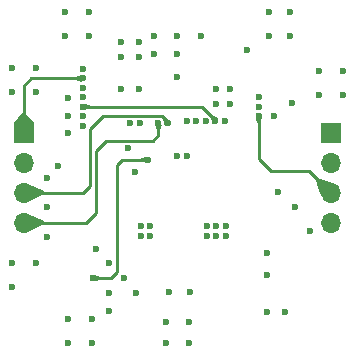
<source format=gbr>
%TF.GenerationSoftware,KiCad,Pcbnew,7.0.11*%
%TF.CreationDate,2025-03-31T22:51:49+09:00*%
%TF.ProjectId,sch16t_evt,73636831-3674-45f6-9576-742e6b696361,rev?*%
%TF.SameCoordinates,Original*%
%TF.FileFunction,Copper,L2,Inr*%
%TF.FilePolarity,Positive*%
%FSLAX46Y46*%
G04 Gerber Fmt 4.6, Leading zero omitted, Abs format (unit mm)*
G04 Created by KiCad (PCBNEW 7.0.11) date 2025-03-31 22:51:49*
%MOMM*%
%LPD*%
G01*
G04 APERTURE LIST*
%TA.AperFunction,ComponentPad*%
%ADD10R,1.700000X1.700000*%
%TD*%
%TA.AperFunction,ComponentPad*%
%ADD11O,1.700000X1.700000*%
%TD*%
%TA.AperFunction,ViaPad*%
%ADD12C,0.600000*%
%TD*%
%TA.AperFunction,Conductor*%
%ADD13C,0.250000*%
%TD*%
G04 APERTURE END LIST*
D10*
%TO.N,/RX_1*%
%TO.C,J3*%
X137000000Y-96210000D03*
D11*
%TO.N,/TX_1*%
X137000000Y-98750000D03*
%TO.N,/PPS*%
X137000000Y-101290000D03*
%TO.N,/GPIO*%
X137000000Y-103830000D03*
%TD*%
D10*
%TO.N,+5V*%
%TO.C,J4*%
X163000000Y-96210000D03*
D11*
%TO.N,GND*%
X163000000Y-98750000D03*
%TO.N,/TX_2*%
X163000000Y-101290000D03*
%TO.N,/RX_2*%
X163000000Y-103830000D03*
%TD*%
D12*
%TO.N,GND*%
X150000000Y-89500000D03*
X151000000Y-114000000D03*
X162000000Y-91000000D03*
X145250000Y-89750000D03*
X146750000Y-88500000D03*
X139000000Y-102500000D03*
X140500000Y-86000000D03*
X140500000Y-88000000D03*
X144250000Y-111250000D03*
X138000000Y-90750000D03*
X162000000Y-93000000D03*
X146500000Y-109750000D03*
X154500000Y-93750000D03*
X153250000Y-92500000D03*
X145250000Y-92500000D03*
X151000000Y-112250000D03*
X144250000Y-109750000D03*
X146750000Y-89750000D03*
X148000000Y-88000000D03*
X157750000Y-86000000D03*
X145250000Y-88500000D03*
X150000000Y-88000000D03*
X159700000Y-93655000D03*
X136000000Y-90750000D03*
X148000000Y-89500000D03*
X138000000Y-107250000D03*
X150000000Y-91500000D03*
X140750000Y-94750000D03*
X149000000Y-112250000D03*
X140750000Y-114000000D03*
X146400000Y-99500000D03*
X140750000Y-96250000D03*
X152000000Y-88000000D03*
X159500000Y-88000000D03*
X153250000Y-93750000D03*
X139000000Y-100000000D03*
X144250000Y-107250000D03*
X139000000Y-105000000D03*
X142750000Y-114000000D03*
X136000000Y-109250000D03*
X149000000Y-114000000D03*
X157750000Y-88000000D03*
X142750000Y-112000000D03*
X164000000Y-91000000D03*
X160000000Y-102500000D03*
X154500000Y-92500000D03*
X140750000Y-112000000D03*
X142500000Y-86000000D03*
X138000000Y-92750000D03*
X136000000Y-92750000D03*
X142500000Y-88000000D03*
X164000000Y-93000000D03*
X136000000Y-107250000D03*
X145500000Y-108500000D03*
X146750000Y-92500000D03*
X159500000Y-86000000D03*
X140750000Y-93250000D03*
%TO.N,VBUS*%
X143100000Y-106000000D03*
%TO.N,+3.3V*%
X155900000Y-89200000D03*
X158500000Y-101200000D03*
X158150000Y-94800000D03*
%TO.N,VDD*%
X161200000Y-104500000D03*
X147700000Y-104100000D03*
X152500000Y-104900000D03*
X152500000Y-104100000D03*
X146900000Y-104900000D03*
X154100000Y-104100000D03*
X153300000Y-104100000D03*
X153300000Y-104900000D03*
X147700000Y-104900000D03*
X146900000Y-104100000D03*
X154100000Y-104900000D03*
%TO.N,/EN*%
X156900000Y-93200000D03*
%TO.N,/IO9*%
X146000000Y-95400000D03*
%TO.N,/DM*%
X150800000Y-98125000D03*
X157600000Y-106400000D03*
%TO.N,/DP*%
X149999997Y-98125000D03*
X157600000Y-108200000D03*
%TO.N,Net-(J2-CC1)*%
X149300000Y-109700000D03*
X159100000Y-111390000D03*
%TO.N,Net-(J2-CC2)*%
X157600000Y-111390000D03*
X151100000Y-109700000D03*
%TO.N,/RX_1*%
X142000000Y-91600000D03*
%TO.N,/TX_1*%
X142000000Y-90800000D03*
%TO.N,/PPS*%
X149200000Y-95400000D03*
%TO.N,/GPIO*%
X148400000Y-95400000D03*
%TO.N,/TX_2*%
X156900000Y-94800000D03*
%TO.N,/RX_2*%
X156900000Y-94000000D03*
%TO.N,Net-(U1-STAT)*%
X142900000Y-108500000D03*
X147500000Y-98500000D03*
%TO.N,/EXTRESN*%
X139900000Y-99000000D03*
X142000000Y-92400000D03*
%TO.N,/IO8*%
X146800000Y-95400000D03*
%TO.N,/MISO*%
X142000000Y-94800000D03*
X150799988Y-95200000D03*
%TO.N,/DRY_SYNC*%
X142000000Y-93200000D03*
X151599991Y-95200000D03*
%TO.N,/SCK*%
X142000000Y-95600000D03*
X152399994Y-95200000D03*
%TO.N,/CS*%
X142000000Y-94000000D03*
X153199997Y-95200000D03*
%TO.N,/MOSI*%
X145800000Y-97500000D03*
X154000000Y-95200000D03*
%TD*%
D13*
%TO.N,/RX_1*%
X142000000Y-91600000D02*
X137600000Y-91600000D01*
X137000000Y-92200000D02*
X137000000Y-96210000D01*
X137600000Y-91600000D02*
X137000000Y-92200000D01*
%TO.N,/PPS*%
X149200000Y-95400000D02*
X149200000Y-95316116D01*
X142800000Y-95683884D02*
X142600000Y-95883884D01*
X142800000Y-95683884D02*
X142800000Y-95675000D01*
X142600000Y-95883884D02*
X142600000Y-100700000D01*
X142600000Y-100700000D02*
X142010000Y-101290000D01*
X142800000Y-95675000D02*
X143700000Y-94775000D01*
X148658884Y-94775000D02*
X143700000Y-94775000D01*
X142010000Y-101290000D02*
X137000000Y-101290000D01*
X149200000Y-95316116D02*
X148658884Y-94775000D01*
%TO.N,/GPIO*%
X148400000Y-95400000D02*
X148400000Y-96400000D01*
X147925000Y-96875000D02*
X143955000Y-96875000D01*
X143115000Y-97715000D02*
X143115000Y-102985000D01*
X148400000Y-96400000D02*
X147925000Y-96875000D01*
X143955000Y-96875000D02*
X143115000Y-97715000D01*
X143115000Y-102985000D02*
X142270000Y-103830000D01*
X142270000Y-103830000D02*
X137000000Y-103830000D01*
%TO.N,/TX_2*%
X156900000Y-98400000D02*
X156900000Y-94800000D01*
X163000000Y-101290000D02*
X161110000Y-99400000D01*
X161110000Y-99400000D02*
X157900000Y-99400000D01*
X157900000Y-99400000D02*
X156900000Y-98400000D01*
%TO.N,Net-(U1-STAT)*%
X144900000Y-98900000D02*
X144900000Y-108000000D01*
X144900000Y-108000000D02*
X144400000Y-108500000D01*
X144400000Y-108500000D02*
X142900000Y-108500000D01*
X145300000Y-98500000D02*
X144900000Y-98900000D01*
X147500000Y-98500000D02*
X145300000Y-98500000D01*
%TO.N,/CS*%
X153199997Y-95116119D02*
X153199997Y-95200000D01*
X152083878Y-94000000D02*
X153199997Y-95116119D01*
X142000000Y-94000000D02*
X152083878Y-94000000D01*
%TD*%
%TA.AperFunction,Conductor*%
%TO.N,/CS*%
G36*
X142591802Y-93872429D02*
G01*
X142598670Y-93878174D01*
X142600000Y-93883592D01*
X142600000Y-94116407D01*
X142596573Y-94124680D01*
X142591801Y-94127571D01*
X142124987Y-94273970D01*
X142116068Y-94273176D01*
X142110691Y-94267318D01*
X142000883Y-94004509D01*
X142000857Y-93995556D01*
X142000862Y-93995542D01*
X142110691Y-93732680D01*
X142117042Y-93726370D01*
X142124986Y-93726029D01*
X142591802Y-93872429D01*
G37*
%TD.AperFunction*%
%TD*%
%TA.AperFunction,Conductor*%
%TO.N,/CS*%
G36*
X152922394Y-94659113D02*
G01*
X153400357Y-94979966D01*
X153405316Y-94987422D01*
X153403550Y-94996201D01*
X153402137Y-94997926D01*
X153202370Y-95199029D01*
X153198513Y-95201606D01*
X152933922Y-95310251D01*
X152924967Y-95310224D01*
X152918655Y-95303872D01*
X152918550Y-95303607D01*
X152899427Y-95253602D01*
X152898774Y-95247760D01*
X152905641Y-95200000D01*
X152885159Y-95057543D01*
X152825371Y-94926627D01*
X152747157Y-94836362D01*
X152744329Y-94827865D01*
X152747724Y-94820430D01*
X152907601Y-94660553D01*
X152915873Y-94657127D01*
X152922394Y-94659113D01*
G37*
%TD.AperFunction*%
%TD*%
%TA.AperFunction,Conductor*%
%TO.N,Net-(U1-STAT)*%
G36*
X147383931Y-98226823D02*
G01*
X147389309Y-98232682D01*
X147499115Y-98495489D01*
X147499142Y-98504444D01*
X147499115Y-98504511D01*
X147389309Y-98767317D01*
X147382957Y-98773629D01*
X147375012Y-98773970D01*
X146908199Y-98627571D01*
X146901330Y-98621825D01*
X146900000Y-98616407D01*
X146900000Y-98383592D01*
X146903427Y-98375319D01*
X146908196Y-98372429D01*
X147375013Y-98226029D01*
X147383931Y-98226823D01*
G37*
%TD.AperFunction*%
%TD*%
%TA.AperFunction,Conductor*%
%TO.N,/GPIO*%
G36*
X137335836Y-103049791D02*
G01*
X137336413Y-103050049D01*
X138693366Y-103701814D01*
X138699339Y-103708484D01*
X138700000Y-103712360D01*
X138700000Y-103947639D01*
X138696573Y-103955912D01*
X138693366Y-103958186D01*
X137336413Y-104609950D01*
X137327471Y-104610442D01*
X137320800Y-104604469D01*
X137320542Y-104603892D01*
X137000865Y-103834489D01*
X137000856Y-103825534D01*
X137000865Y-103825511D01*
X137320542Y-103056107D01*
X137326881Y-103049782D01*
X137335836Y-103049791D01*
G37*
%TD.AperFunction*%
%TD*%
%TA.AperFunction,Conductor*%
%TO.N,/RX_1*%
G36*
X137127874Y-94513427D02*
G01*
X137128503Y-94514107D01*
X137842990Y-95351781D01*
X137845751Y-95360300D01*
X137842366Y-95367642D01*
X137008278Y-96202712D01*
X137000007Y-96206144D01*
X136991732Y-96202722D01*
X136991722Y-96202712D01*
X136157633Y-95367642D01*
X136154211Y-95359367D01*
X136157007Y-95351783D01*
X136871497Y-94514107D01*
X136879473Y-94510037D01*
X136880399Y-94510000D01*
X137119601Y-94510000D01*
X137127874Y-94513427D01*
G37*
%TD.AperFunction*%
%TD*%
%TA.AperFunction,Conductor*%
%TO.N,/GPIO*%
G36*
X148667318Y-95510691D02*
G01*
X148673629Y-95517042D01*
X148673970Y-95524987D01*
X148527571Y-95991801D01*
X148521825Y-95998670D01*
X148516407Y-96000000D01*
X148283593Y-96000000D01*
X148275320Y-95996573D01*
X148272429Y-95991801D01*
X148126029Y-95524987D01*
X148126823Y-95516068D01*
X148132679Y-95510692D01*
X148395490Y-95400883D01*
X148404444Y-95400857D01*
X148667318Y-95510691D01*
G37*
%TD.AperFunction*%
%TD*%
%TA.AperFunction,Conductor*%
%TO.N,/TX_2*%
G36*
X161893251Y-100001968D02*
G01*
X162375027Y-100171102D01*
X163313629Y-100500611D01*
X163320300Y-100506584D01*
X163320792Y-100515526D01*
X163320567Y-100516116D01*
X163002562Y-101286214D01*
X162996237Y-101292553D01*
X162996214Y-101292562D01*
X162226116Y-101610567D01*
X162217161Y-101610558D01*
X162210836Y-101604219D01*
X162210611Y-101603629D01*
X162100755Y-101290707D01*
X161824818Y-100504702D01*
X161711968Y-100183251D01*
X161712460Y-100174309D01*
X161714731Y-100171105D01*
X161881103Y-100004733D01*
X161889375Y-100001307D01*
X161893251Y-100001968D01*
G37*
%TD.AperFunction*%
%TD*%
%TA.AperFunction,Conductor*%
%TO.N,/PPS*%
G36*
X137335836Y-100509791D02*
G01*
X137336413Y-100510049D01*
X138693366Y-101161814D01*
X138699339Y-101168484D01*
X138700000Y-101172360D01*
X138700000Y-101407639D01*
X138696573Y-101415912D01*
X138693366Y-101418186D01*
X137336413Y-102069950D01*
X137327471Y-102070442D01*
X137320800Y-102064469D01*
X137320542Y-102063892D01*
X137000865Y-101294489D01*
X137000856Y-101285534D01*
X137000865Y-101285511D01*
X137320542Y-100516107D01*
X137326881Y-100509782D01*
X137335836Y-100509791D01*
G37*
%TD.AperFunction*%
%TD*%
%TA.AperFunction,Conductor*%
%TO.N,Net-(U1-STAT)*%
G36*
X143491802Y-108372429D02*
G01*
X143498670Y-108378174D01*
X143500000Y-108383592D01*
X143500000Y-108616407D01*
X143496573Y-108624680D01*
X143491801Y-108627571D01*
X143024987Y-108773970D01*
X143016068Y-108773176D01*
X143010691Y-108767318D01*
X142900883Y-108504509D01*
X142900857Y-108495556D01*
X142900862Y-108495542D01*
X143010691Y-108232680D01*
X143017042Y-108226370D01*
X143024986Y-108226029D01*
X143491802Y-108372429D01*
G37*
%TD.AperFunction*%
%TD*%
%TA.AperFunction,Conductor*%
%TO.N,/TX_2*%
G36*
X157167318Y-94910691D02*
G01*
X157173629Y-94917042D01*
X157173970Y-94924987D01*
X157027571Y-95391801D01*
X157021825Y-95398670D01*
X157016407Y-95400000D01*
X156783593Y-95400000D01*
X156775320Y-95396573D01*
X156772429Y-95391801D01*
X156626029Y-94924987D01*
X156626823Y-94916068D01*
X156632679Y-94910692D01*
X156895490Y-94800883D01*
X156904444Y-94800857D01*
X157167318Y-94910691D01*
G37*
%TD.AperFunction*%
%TD*%
%TA.AperFunction,Conductor*%
%TO.N,/RX_1*%
G36*
X141883931Y-91326823D02*
G01*
X141889309Y-91332682D01*
X141999115Y-91595489D01*
X141999142Y-91604444D01*
X141999115Y-91604511D01*
X141889309Y-91867317D01*
X141882957Y-91873629D01*
X141875012Y-91873970D01*
X141408199Y-91727571D01*
X141401330Y-91721825D01*
X141400000Y-91716407D01*
X141400000Y-91483592D01*
X141403427Y-91475319D01*
X141408196Y-91472429D01*
X141875013Y-91326029D01*
X141883931Y-91326823D01*
G37*
%TD.AperFunction*%
%TD*%
%TA.AperFunction,Conductor*%
%TO.N,/PPS*%
G36*
X148922399Y-94859112D02*
G01*
X149400360Y-95179966D01*
X149405319Y-95187422D01*
X149403553Y-95196201D01*
X149402140Y-95197926D01*
X149202373Y-95399029D01*
X149198516Y-95401606D01*
X148933925Y-95510251D01*
X148924970Y-95510224D01*
X148918658Y-95503872D01*
X148918568Y-95503646D01*
X148899431Y-95453606D01*
X148898779Y-95447766D01*
X148905647Y-95400000D01*
X148885165Y-95257543D01*
X148825377Y-95126627D01*
X148747162Y-95036361D01*
X148744334Y-95027864D01*
X148747729Y-95020429D01*
X148907606Y-94860552D01*
X148915878Y-94857126D01*
X148922399Y-94859112D01*
G37*
%TD.AperFunction*%
%TD*%
M02*

</source>
